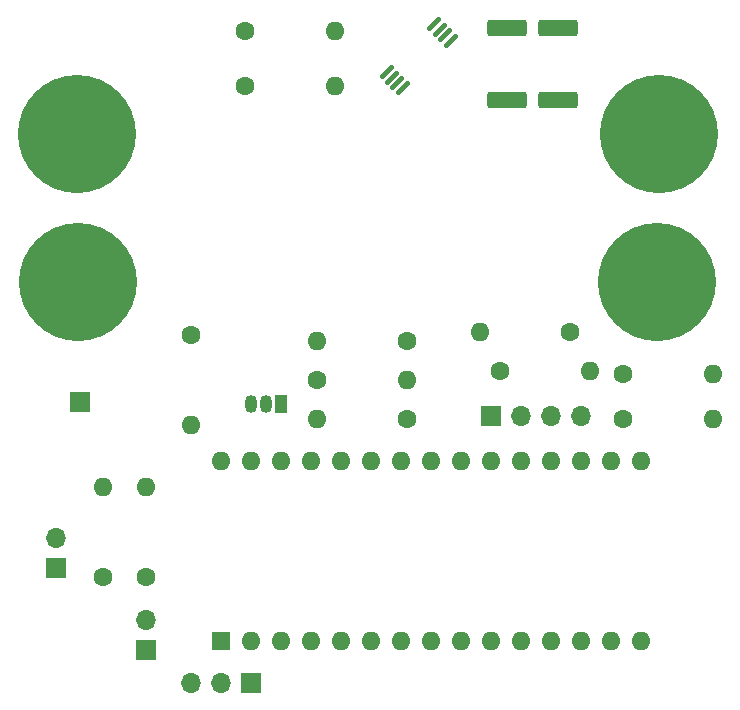
<source format=gbr>
%TF.GenerationSoftware,KiCad,Pcbnew,8.0.5*%
%TF.CreationDate,2024-12-03T18:06:50+01:00*%
%TF.ProjectId,Controller 1.4,436f6e74-726f-46c6-9c65-7220312e342e,rev?*%
%TF.SameCoordinates,Original*%
%TF.FileFunction,Soldermask,Top*%
%TF.FilePolarity,Negative*%
%FSLAX46Y46*%
G04 Gerber Fmt 4.6, Leading zero omitted, Abs format (unit mm)*
G04 Created by KiCad (PCBNEW 8.0.5) date 2024-12-03 18:06:50*
%MOMM*%
%LPD*%
G01*
G04 APERTURE LIST*
G04 Aperture macros list*
%AMRoundRect*
0 Rectangle with rounded corners*
0 $1 Rounding radius*
0 $2 $3 $4 $5 $6 $7 $8 $9 X,Y pos of 4 corners*
0 Add a 4 corners polygon primitive as box body*
4,1,4,$2,$3,$4,$5,$6,$7,$8,$9,$2,$3,0*
0 Add four circle primitives for the rounded corners*
1,1,$1+$1,$2,$3*
1,1,$1+$1,$4,$5*
1,1,$1+$1,$6,$7*
1,1,$1+$1,$8,$9*
0 Add four rect primitives between the rounded corners*
20,1,$1+$1,$2,$3,$4,$5,0*
20,1,$1+$1,$4,$5,$6,$7,0*
20,1,$1+$1,$6,$7,$8,$9,0*
20,1,$1+$1,$8,$9,$2,$3,0*%
G04 Aperture macros list end*
%ADD10RoundRect,0.249999X-1.425001X0.450001X-1.425001X-0.450001X1.425001X-0.450001X1.425001X0.450001X0*%
%ADD11C,5.400000*%
%ADD12C,10.000000*%
%ADD13C,1.600000*%
%ADD14O,1.600000X1.600000*%
%ADD15R,1.700000X1.700000*%
%ADD16O,1.700000X1.700000*%
%ADD17R,1.050000X1.500000*%
%ADD18O,1.050000X1.500000*%
%ADD19RoundRect,0.100000X0.380070X0.521491X-0.521491X-0.380070X-0.380070X-0.521491X0.521491X0.380070X0*%
%ADD20R,1.600000X1.600000*%
G04 APERTURE END LIST*
D10*
%TO.C,R5*%
X147714000Y-41805142D03*
X147714000Y-47905142D03*
%TD*%
D11*
%TO.C,H4*%
X111238000Y-50831142D03*
D12*
X111238000Y-50831142D03*
%TD*%
D13*
%TO.C,R6*%
X147066000Y-70866000D03*
D14*
X154686000Y-70866000D03*
%TD*%
D15*
%TO.C,J4*%
X117094000Y-94493000D03*
D16*
X117094000Y-91953000D03*
%TD*%
D11*
%TO.C,H2*%
X160514000Y-50831142D03*
D12*
X160514000Y-50831142D03*
%TD*%
D13*
%TO.C,R9*%
X131572000Y-71628000D03*
D14*
X139192000Y-71628000D03*
%TD*%
D17*
%TO.C,Q2*%
X128524000Y-73660000D03*
D18*
X127253999Y-73660000D03*
X125984000Y-73660000D03*
%TD*%
D13*
%TO.C,R4*%
X157480000Y-71120000D03*
D14*
X165100000Y-71120000D03*
%TD*%
D15*
%TO.C,J1*%
X146304001Y-74676000D03*
D16*
X148844001Y-74676000D03*
X151384000Y-74676000D03*
X153924001Y-74676000D03*
%TD*%
D15*
%TO.C,J3*%
X109500000Y-87525000D03*
D16*
X109500000Y-84985000D03*
%TD*%
D15*
%TO.C,J1-1*%
X125983999Y-97282000D03*
D16*
X123443999Y-97282000D03*
X120904000Y-97282000D03*
%TD*%
D13*
%TO.C,R8*%
X139192000Y-74930000D03*
D14*
X131572000Y-74930000D03*
%TD*%
D13*
%TO.C,R3*%
X125466000Y-42101142D03*
D14*
X133086000Y-42101142D03*
%TD*%
D13*
%TO.C,R13*%
X117094000Y-88275000D03*
D14*
X117094000Y-80655000D03*
%TD*%
D13*
%TO.C,R11*%
X139192000Y-68326000D03*
D14*
X131572000Y-68326000D03*
%TD*%
D13*
%TO.C,R7*%
X153010000Y-67600000D03*
D14*
X145390000Y-67600000D03*
%TD*%
D19*
%TO.C,U1*%
X142907522Y-42892478D03*
X142447903Y-42432859D03*
X141988283Y-41973239D03*
X141528664Y-41513620D03*
X137480478Y-45561806D03*
X137940097Y-46021425D03*
X138399717Y-46481045D03*
X138859336Y-46940664D03*
%TD*%
D15*
%TO.C,J2*%
X111500000Y-73500000D03*
%TD*%
D13*
%TO.C,R12*%
X113500000Y-88275000D03*
D14*
X113500000Y-80655000D03*
%TD*%
D10*
%TO.C,R14*%
X151986000Y-41801142D03*
X151986000Y-47901142D03*
%TD*%
D11*
%TO.C,H3*%
X111322000Y-63300000D03*
D12*
X111322000Y-63300000D03*
%TD*%
D13*
%TO.C,R2*%
X125476000Y-46701142D03*
D14*
X133096000Y-46701142D03*
%TD*%
D11*
%TO.C,H1*%
X160344000Y-63300000D03*
D12*
X160344000Y-63300000D03*
%TD*%
D13*
%TO.C,R1*%
X157480000Y-74930000D03*
D14*
X165100000Y-74930000D03*
%TD*%
D20*
%TO.C,A1*%
X123444001Y-93726000D03*
D14*
X125984001Y-93726000D03*
X128524000Y-93726000D03*
X131064001Y-93726000D03*
X133604001Y-93726000D03*
X136144001Y-93726000D03*
X138684001Y-93726000D03*
X141224002Y-93726000D03*
X143764001Y-93726000D03*
X146304001Y-93726000D03*
X148844001Y-93726000D03*
X151384000Y-93726000D03*
X153924001Y-93726000D03*
X156464001Y-93726000D03*
X159004001Y-93726000D03*
X159004001Y-78486000D03*
X156464001Y-78486000D03*
X153924001Y-78486000D03*
X151384001Y-78486000D03*
X148844001Y-78486000D03*
X146304001Y-78486000D03*
X143764001Y-78486000D03*
X141224001Y-78486000D03*
X138684001Y-78486000D03*
X136144001Y-78486000D03*
X133604001Y-78486000D03*
X131064001Y-78486000D03*
X128524001Y-78486000D03*
X125984001Y-78486000D03*
X123444001Y-78486000D03*
%TD*%
D13*
%TO.C,R10*%
X120904000Y-67818000D03*
D14*
X120904000Y-75438000D03*
%TD*%
M02*

</source>
